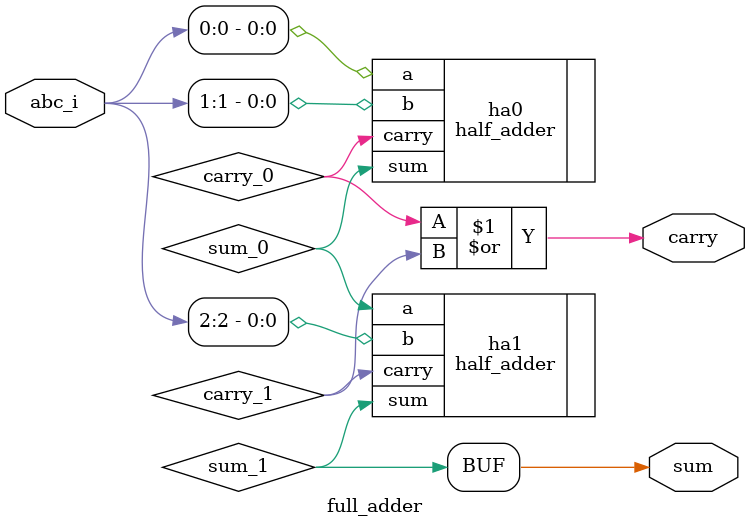
<source format=v>
module full_adder (
    input wire [2:0] abc_i,
    output wire sum,
    output wire carry
);

    wire sum_0;
    wire carry_0;
    wire sum_1;
    wire carry_1;

    half_adder ha0(
        .a(abc_i[0]),
        .b(abc_i[1]),
        .sum(sum_0),
        .carry(carry_0)
    );

    half_adder ha1(
        .a(sum_0),
        .b(abc_i[2]),
        .sum(sum_1),
        .carry(carry_1)
    );

    assign sum = sum_1;
    assign carry = carry_0 | carry_1; 

endmodule: full_adder

</source>
